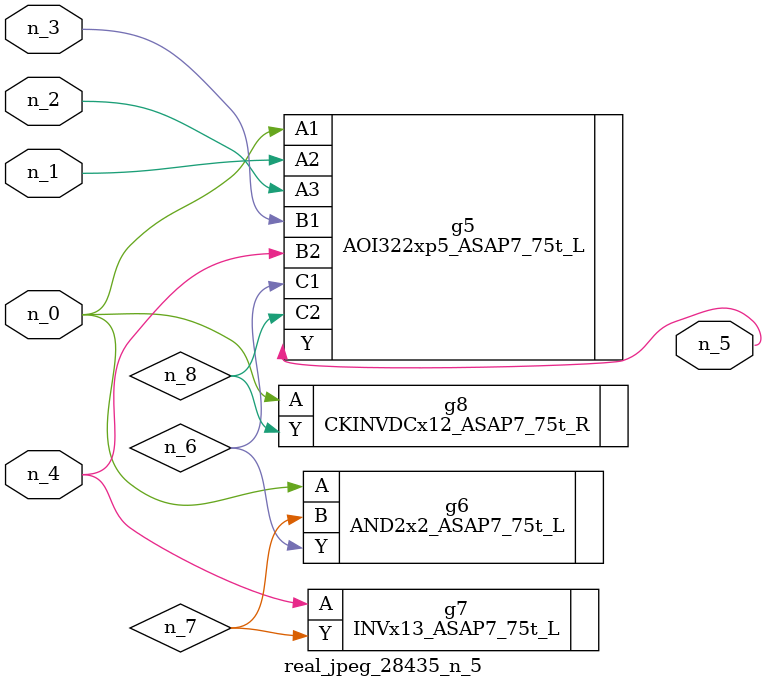
<source format=v>
module real_jpeg_28435_n_5 (n_4, n_0, n_1, n_2, n_3, n_5);

input n_4;
input n_0;
input n_1;
input n_2;
input n_3;

output n_5;

wire n_8;
wire n_6;
wire n_7;

AOI322xp5_ASAP7_75t_L g5 ( 
.A1(n_0),
.A2(n_1),
.A3(n_2),
.B1(n_3),
.B2(n_4),
.C1(n_6),
.C2(n_8),
.Y(n_5)
);

AND2x2_ASAP7_75t_L g6 ( 
.A(n_0),
.B(n_7),
.Y(n_6)
);

CKINVDCx12_ASAP7_75t_R g8 ( 
.A(n_0),
.Y(n_8)
);

INVx13_ASAP7_75t_L g7 ( 
.A(n_4),
.Y(n_7)
);


endmodule
</source>
